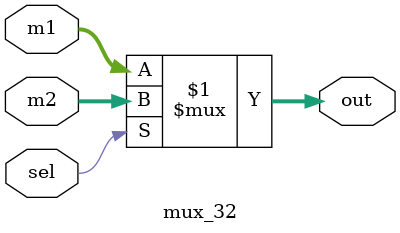
<source format=v>

module mux_32(m1,m2,sel,out);
    input [31:0] m1,m2;
    input sel;

    output [31:0] out;

    assign out=sel? m2 : m1;

endmodule // 

</source>
